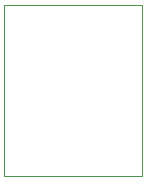
<source format=gbr>
%TF.GenerationSoftware,KiCad,Pcbnew,7.0.6*%
%TF.CreationDate,2023-08-01T21:42:18-07:00*%
%TF.ProjectId,gbsc-vgaswitch-throughhole,67627363-2d76-4676-9173-77697463682d,rev?*%
%TF.SameCoordinates,Original*%
%TF.FileFunction,Profile,NP*%
%FSLAX46Y46*%
G04 Gerber Fmt 4.6, Leading zero omitted, Abs format (unit mm)*
G04 Created by KiCad (PCBNEW 7.0.6) date 2023-08-01 21:42:18*
%MOMM*%
%LPD*%
G01*
G04 APERTURE LIST*
%TA.AperFunction,Profile*%
%ADD10C,0.100000*%
%TD*%
G04 APERTURE END LIST*
D10*
X131826000Y-89662000D02*
X143510000Y-89662000D01*
X143510000Y-104140000D01*
X131826000Y-104140000D01*
X131826000Y-89662000D01*
M02*

</source>
